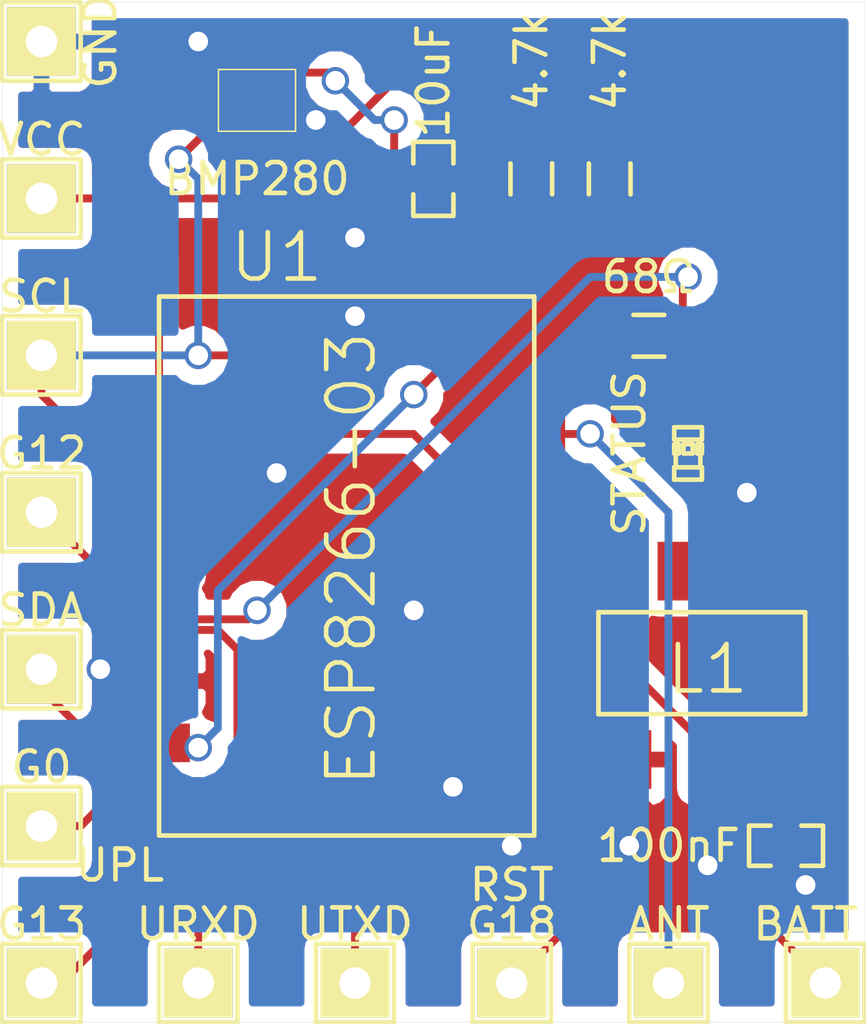
<source format=kicad_pcb>
(kicad_pcb (version 4) (host pcbnew 0.201412131231+5320~19~ubuntu14.04.1-product)

  (general
    (links 35)
    (no_connects 0)
    (area 120.885048 94.667191 155.45257 128.599001)
    (thickness 1.6)
    (drawings 7)
    (tracks 173)
    (zones 0)
    (modules 21)
    (nets 15)
  )

  (page A4)
  (layers
    (0 F.Cu signal)
    (31 B.Cu signal)
    (32 B.Adhes user hide)
    (33 F.Adhes user hide)
    (34 B.Paste user hide)
    (35 F.Paste user hide)
    (36 B.SilkS user hide)
    (37 F.SilkS user hide)
    (38 B.Mask user)
    (39 F.Mask user)
    (40 Dwgs.User user hide)
    (41 Cmts.User user hide)
    (42 Eco1.User user hide)
    (43 Eco2.User user hide)
    (44 Edge.Cuts user hide)
    (45 Margin user hide)
    (46 B.CrtYd user hide)
    (47 F.CrtYd user hide)
    (48 B.Fab user hide)
    (49 F.Fab user hide)
  )

  (setup
    (last_trace_width 0.254)
    (trace_clearance 0.254)
    (zone_clearance 0.508)
    (zone_45_only no)
    (trace_min 0.254)
    (segment_width 0.2)
    (edge_width 0.01)
    (via_size 0.889)
    (via_drill 0.635)
    (via_min_size 0.889)
    (via_min_drill 0.508)
    (uvia_size 0.508)
    (uvia_drill 0.127)
    (uvias_allowed no)
    (uvia_min_size 0.508)
    (uvia_min_drill 0.127)
    (pcb_text_width 0.3)
    (pcb_text_size 1.5 1.5)
    (mod_edge_width 0.15)
    (mod_text_size 1 1)
    (mod_text_width 0.15)
    (pad_size 2.2352 2.2352)
    (pad_drill 1.016)
    (pad_to_mask_clearance 0)
    (aux_axis_origin 0 0)
    (visible_elements FFFFFF7F)
    (pcbplotparams
      (layerselection 0x00040_00000000)
      (usegerberextensions false)
      (excludeedgelayer true)
      (linewidth 0.100000)
      (plotframeref false)
      (viasonmask false)
      (mode 1)
      (useauxorigin false)
      (hpglpennumber 1)
      (hpglpenspeed 20)
      (hpglpendiameter 15)
      (hpglpenoverlay 2)
      (psnegative false)
      (psa4output false)
      (plotreference true)
      (plotvalue true)
      (plotinvisibletext false)
      (padsonsilk false)
      (subtractmaskfromsilk false)
      (outputformat 1)
      (mirror false)
      (drillshape 0)
      (scaleselection 1)
      (outputdirectory ../Desktop/Gerbers/))
  )

  (net 0 "")
  (net 1 "Net-(D0-Pad1)")
  (net 2 "Net-(P5-Pad1)")
  (net 3 "Net-(P8-Pad1)")
  (net 4 "Net-(P9-Pad1)")
  (net 5 "Net-(P10-Pad1)")
  (net 6 "Net-(P11-Pad1)")
  (net 7 SCL)
  (net 8 SDA)
  (net 9 "Net-(U1-Pad2)")
  (net 10 VCC)
  (net 11 /BATT)
  (net 12 /GND)
  (net 13 /URXD)
  (net 14 /UTXD)

  (net_class Default "This is the default net class."
    (clearance 0.254)
    (trace_width 0.254)
    (via_dia 0.889)
    (via_drill 0.635)
    (uvia_dia 0.508)
    (uvia_drill 0.127)
    (add_net /BATT)
    (add_net /GND)
    (add_net /URXD)
    (add_net /UTXD)
    (add_net "Net-(D0-Pad1)")
    (add_net "Net-(P10-Pad1)")
    (add_net "Net-(P11-Pad1)")
    (add_net "Net-(P5-Pad1)")
    (add_net "Net-(P8-Pad1)")
    (add_net "Net-(P9-Pad1)")
    (add_net "Net-(U1-Pad2)")
    (add_net SCL)
    (add_net SDA)
    (add_net VCC)
  )

  (module SMD_Packages:SMD-0603_c (layer F.Cu) (tedit 548E2FE3) (tstamp 548E1E5B)
    (at 149.225 122.555)
    (path /548CE96F)
    (attr smd)
    (fp_text reference C1 (at 1.905 0 90) (layer F.SilkS) hide
      (effects (font (size 1 1) (thickness 0.15)))
    )
    (fp_text value 100nF (at -3.81 0 180) (layer F.SilkS)
      (effects (font (size 1 1) (thickness 0.15)))
    )
    (fp_line (start 0.50038 0.65024) (end 1.19888 0.65024) (layer F.SilkS) (width 0.15))
    (fp_line (start -0.50038 0.65024) (end -1.19888 0.65024) (layer F.SilkS) (width 0.15))
    (fp_line (start 0.50038 -0.65024) (end 1.19888 -0.65024) (layer F.SilkS) (width 0.15))
    (fp_line (start -1.19888 -0.65024) (end -0.50038 -0.65024) (layer F.SilkS) (width 0.15))
    (fp_line (start 1.19888 -0.635) (end 1.19888 0.635) (layer F.SilkS) (width 0.15))
    (fp_line (start -1.19888 0.635) (end -1.19888 -0.635) (layer F.SilkS) (width 0.15))
    (pad 1 smd rect (at -0.762 0) (size 0.635 1.143) (layers F.Cu F.Paste F.Mask)
      (net 11 /BATT))
    (pad 2 smd rect (at 0.762 0) (size 0.635 1.143) (layers F.Cu F.Paste F.Mask)
      (net 12 /GND))
    (model SMD_Packages/SMD-0603_c.wrl
      (at (xyz 0 0 0.001))
      (scale (xyz 0.5 0.5 0.5))
      (rotate (xyz 0 0 0))
    )
  )

  (module SMD_Packages:SMD-0603_c (layer F.Cu) (tedit 548E2FBF) (tstamp 548E1E67)
    (at 137.795 100.965 270)
    (path /548937FC)
    (attr smd)
    (fp_text reference C2 (at 1.905 0 360) (layer F.SilkS) hide
      (effects (font (size 1 1) (thickness 0.15)))
    )
    (fp_text value 10uF (at -3.175 0 270) (layer F.SilkS)
      (effects (font (size 1 1) (thickness 0.15)))
    )
    (fp_line (start 0.50038 0.65024) (end 1.19888 0.65024) (layer F.SilkS) (width 0.15))
    (fp_line (start -0.50038 0.65024) (end -1.19888 0.65024) (layer F.SilkS) (width 0.15))
    (fp_line (start 0.50038 -0.65024) (end 1.19888 -0.65024) (layer F.SilkS) (width 0.15))
    (fp_line (start -1.19888 -0.65024) (end -0.50038 -0.65024) (layer F.SilkS) (width 0.15))
    (fp_line (start 1.19888 -0.635) (end 1.19888 0.635) (layer F.SilkS) (width 0.15))
    (fp_line (start -1.19888 0.635) (end -1.19888 -0.635) (layer F.SilkS) (width 0.15))
    (pad 1 smd rect (at -0.762 0 270) (size 0.635 1.143) (layers F.Cu F.Paste F.Mask)
      (net 10 VCC))
    (pad 2 smd rect (at 0.762 0 270) (size 0.635 1.143) (layers F.Cu F.Paste F.Mask)
      (net 12 /GND))
    (model SMD_Packages/SMD-0603_c.wrl
      (at (xyz 0 0 0.001))
      (scale (xyz 0.5 0.5 0.5))
      (rotate (xyz 0 0 0))
    )
  )

  (module LEDs:LED-0603 (layer F.Cu) (tedit 548E3044) (tstamp 548E1E83)
    (at 146.05 109.855 90)
    (descr "LED 0603 smd package")
    (tags "LED led 0603 SMD smd SMT smt smdled SMDLED smtled SMTLED")
    (path /548E1765)
    (attr smd)
    (fp_text reference D0 (at 0 -2.54 90) (layer F.SilkS) hide
      (effects (font (size 1 1) (thickness 0.15)))
    )
    (fp_text value STATUS (at 0 -1.905 90) (layer F.SilkS)
      (effects (font (size 1 1) (thickness 0.15)))
    )
    (fp_line (start 0.44958 -0.44958) (end 0.44958 0.44958) (layer F.SilkS) (width 0.15))
    (fp_line (start 0.44958 0.44958) (end 0.84836 0.44958) (layer F.SilkS) (width 0.15))
    (fp_line (start 0.84836 -0.44958) (end 0.84836 0.44958) (layer F.SilkS) (width 0.15))
    (fp_line (start 0.44958 -0.44958) (end 0.84836 -0.44958) (layer F.SilkS) (width 0.15))
    (fp_line (start -0.84836 -0.44958) (end -0.84836 0.44958) (layer F.SilkS) (width 0.15))
    (fp_line (start -0.84836 0.44958) (end -0.44958 0.44958) (layer F.SilkS) (width 0.15))
    (fp_line (start -0.44958 -0.44958) (end -0.44958 0.44958) (layer F.SilkS) (width 0.15))
    (fp_line (start -0.84836 -0.44958) (end -0.44958 -0.44958) (layer F.SilkS) (width 0.15))
    (fp_line (start 0 -0.44958) (end 0 -0.29972) (layer F.SilkS) (width 0.15))
    (fp_line (start 0 -0.29972) (end 0.29972 -0.29972) (layer F.SilkS) (width 0.15))
    (fp_line (start 0.29972 -0.44958) (end 0.29972 -0.29972) (layer F.SilkS) (width 0.15))
    (fp_line (start 0 -0.44958) (end 0.29972 -0.44958) (layer F.SilkS) (width 0.15))
    (fp_line (start 0 0.29972) (end 0 0.44958) (layer F.SilkS) (width 0.15))
    (fp_line (start 0 0.44958) (end 0.29972 0.44958) (layer F.SilkS) (width 0.15))
    (fp_line (start 0.29972 0.29972) (end 0.29972 0.44958) (layer F.SilkS) (width 0.15))
    (fp_line (start 0 0.29972) (end 0.29972 0.29972) (layer F.SilkS) (width 0.15))
    (fp_line (start 0 -0.14986) (end 0 0.14986) (layer F.SilkS) (width 0.15))
    (fp_line (start 0 0.14986) (end 0.29972 0.14986) (layer F.SilkS) (width 0.15))
    (fp_line (start 0.29972 -0.14986) (end 0.29972 0.14986) (layer F.SilkS) (width 0.15))
    (fp_line (start 0 -0.14986) (end 0.29972 -0.14986) (layer F.SilkS) (width 0.15))
    (fp_line (start 0.44958 -0.39878) (end -0.44958 -0.39878) (layer F.SilkS) (width 0.15))
    (fp_line (start 0.44958 0.39878) (end -0.44958 0.39878) (layer F.SilkS) (width 0.15))
    (pad 1 smd rect (at -0.7493 0 90) (size 0.79756 0.79756) (layers F.Cu F.Paste F.Mask)
      (net 1 "Net-(D0-Pad1)"))
    (pad 2 smd rect (at 0.7493 0 90) (size 0.79756 0.79756) (layers F.Cu F.Paste F.Mask)
      (net 12 /GND))
  )

  (module AA_MyLibs:SOT-223 (layer F.Cu) (tedit 548E3078) (tstamp 548E1E8B)
    (at 146.685 113.665)
    (path /548963A7)
    (fp_text reference L1 (at 0 3.175) (layer F.SilkS)
      (effects (font (size 1.5 1.5) (thickness 0.15)))
    )
    (fp_text value LD1117S33CTR (at 0.01 3.09) (layer F.SilkS) hide
      (effects (font (size 1.5 1.5) (thickness 0.15)))
    )
    (fp_line (start 3.16 1.33) (end 3.16 4.63) (layer F.SilkS) (width 0.15))
    (fp_line (start -3.54 1.33) (end -3.54 4.63) (layer F.SilkS) (width 0.15))
    (fp_line (start -3.54 4.63) (end 3.16 4.63) (layer F.SilkS) (width 0.15))
    (fp_line (start -3.54 1.33) (end 3.16 1.33) (layer F.SilkS) (width 0.15))
    (pad 2 smd rect (at 0 6.1) (size 0.95 1.9) (layers F.Cu F.Paste F.Mask)
      (net 10 VCC))
    (pad 4 smd rect (at 0 0) (size 3.25 1.9) (layers F.Cu F.Paste F.Mask))
    (pad 1 smd rect (at -2.3 6.1) (size 0.95 1.9) (layers F.Cu F.Paste F.Mask)
      (net 12 /GND))
    (pad 3 smd rect (at 2.3 6.1) (size 0.95 1.9) (layers F.Cu F.Paste F.Mask)
      (net 11 /BATT))
  )

  (module Socket_Strips:Socket_Strip_Straight_1x01 (layer F.Cu) (tedit 548E5606) (tstamp 548E1E90)
    (at 125.095 101.6)
    (descr "Through hole socket strip")
    (tags "socket strip")
    (path /5489FCDD)
    (fp_text reference VCC (at 0 -1.905 180) (layer F.SilkS)
      (effects (font (size 1 1) (thickness 0.15)))
    )
    (fp_text value CONN_VCC (at 0 0) (layer F.SilkS) hide
      (effects (font (size 1 1) (thickness 0.15)))
    )
    (fp_line (start -1.27 -1.27) (end -1.27 1.27) (layer F.SilkS) (width 0.15))
    (fp_line (start -1.27 1.27) (end 1.27 1.27) (layer F.SilkS) (width 0.15))
    (fp_line (start 1.27 1.27) (end 1.27 -1.27) (layer F.SilkS) (width 0.15))
    (fp_line (start 1.27 -1.27) (end -1.27 -1.27) (layer F.SilkS) (width 0.15))
    (pad 1 thru_hole rect (at 0 0) (size 2.2352 2.2352) (drill 1.016) (layers *.Cu *.Mask F.SilkS)
      (net 10 VCC))
    (model Socket_Strips/Socket_Strip_Straight_1x01.wrl
      (at (xyz 0 0 0))
      (scale (xyz 1 1 1))
      (rotate (xyz 0 0 0))
    )
  )

  (module Socket_Strips:Socket_Strip_Straight_1x01 (layer F.Cu) (tedit 548E30B4) (tstamp 548E1E95)
    (at 150.495 127)
    (descr "Through hole socket strip")
    (tags "socket strip")
    (path /5489FE3D)
    (fp_text reference BATT (at -0.635 -1.905) (layer F.SilkS)
      (effects (font (size 1 1) (thickness 0.15)))
    )
    (fp_text value BATT (at 0 0) (layer F.SilkS) hide
      (effects (font (size 1 1) (thickness 0.15)))
    )
    (fp_line (start -1.27 -1.27) (end -1.27 1.27) (layer F.SilkS) (width 0.15))
    (fp_line (start -1.27 1.27) (end 1.27 1.27) (layer F.SilkS) (width 0.15))
    (fp_line (start 1.27 1.27) (end 1.27 -1.27) (layer F.SilkS) (width 0.15))
    (fp_line (start 1.27 -1.27) (end -1.27 -1.27) (layer F.SilkS) (width 0.15))
    (pad 1 thru_hole rect (at 0 0) (size 2.2352 2.2352) (drill 1.016) (layers *.Cu *.Mask F.SilkS)
      (net 11 /BATT))
    (model Socket_Strips/Socket_Strip_Straight_1x01.wrl
      (at (xyz 0 0 0))
      (scale (xyz 1 1 1))
      (rotate (xyz 0 0 0))
    )
  )

  (module Socket_Strips:Socket_Strip_Straight_1x01 (layer F.Cu) (tedit 548E317D) (tstamp 548E1E9A)
    (at 125.095 96.52)
    (descr "Through hole socket strip")
    (tags "socket strip")
    (path /5489FF5B)
    (fp_text reference GND (at 1.905 0 270) (layer F.SilkS)
      (effects (font (size 1 1) (thickness 0.15)))
    )
    (fp_text value GND (at 0 0) (layer F.SilkS) hide
      (effects (font (size 1 1) (thickness 0.15)))
    )
    (fp_line (start -1.27 -1.27) (end -1.27 1.27) (layer F.SilkS) (width 0.15))
    (fp_line (start -1.27 1.27) (end 1.27 1.27) (layer F.SilkS) (width 0.15))
    (fp_line (start 1.27 1.27) (end 1.27 -1.27) (layer F.SilkS) (width 0.15))
    (fp_line (start 1.27 -1.27) (end -1.27 -1.27) (layer F.SilkS) (width 0.15))
    (pad 1 thru_hole rect (at 0 0) (size 2.2352 2.2352) (drill 1.016) (layers *.Cu *.Mask F.SilkS)
      (net 12 /GND))
    (model Socket_Strips/Socket_Strip_Straight_1x01.wrl
      (at (xyz 0 0 0))
      (scale (xyz 1 1 1))
      (rotate (xyz 0 0 0))
    )
  )

  (module Socket_Strips:Socket_Strip_Straight_1x01 (layer F.Cu) (tedit 548E333E) (tstamp 548E1E9F)
    (at 130.175 127)
    (descr "Through hole socket strip")
    (tags "socket strip")
    (path /548A0455)
    (fp_text reference URXD (at 0 -1.905) (layer F.SilkS)
      (effects (font (size 1 1) (thickness 0.15)))
    )
    (fp_text value URXD (at 0 0) (layer F.SilkS) hide
      (effects (font (size 1 1) (thickness 0.15)))
    )
    (fp_line (start -1.27 -1.27) (end -1.27 1.27) (layer F.SilkS) (width 0.15))
    (fp_line (start -1.27 1.27) (end 1.27 1.27) (layer F.SilkS) (width 0.15))
    (fp_line (start 1.27 1.27) (end 1.27 -1.27) (layer F.SilkS) (width 0.15))
    (fp_line (start 1.27 -1.27) (end -1.27 -1.27) (layer F.SilkS) (width 0.15))
    (pad 1 thru_hole rect (at 0 0) (size 2.2352 2.2352) (drill 1.016) (layers *.Cu *.Mask F.SilkS)
      (net 13 /URXD))
    (model Socket_Strips/Socket_Strip_Straight_1x01.wrl
      (at (xyz 0 0 0))
      (scale (xyz 1 1 1))
      (rotate (xyz 0 0 0))
    )
  )

  (module Socket_Strips:Socket_Strip_Straight_1x01 (layer F.Cu) (tedit 548E333C) (tstamp 548E1EA4)
    (at 135.255 127)
    (descr "Through hole socket strip")
    (tags "socket strip")
    (path /548A0631)
    (fp_text reference UTXD (at 0 -1.905) (layer F.SilkS)
      (effects (font (size 1 1) (thickness 0.15)))
    )
    (fp_text value UTXD (at 0 0) (layer F.SilkS) hide
      (effects (font (size 1 1) (thickness 0.15)))
    )
    (fp_line (start -1.27 -1.27) (end -1.27 1.27) (layer F.SilkS) (width 0.15))
    (fp_line (start -1.27 1.27) (end 1.27 1.27) (layer F.SilkS) (width 0.15))
    (fp_line (start 1.27 1.27) (end 1.27 -1.27) (layer F.SilkS) (width 0.15))
    (fp_line (start 1.27 -1.27) (end -1.27 -1.27) (layer F.SilkS) (width 0.15))
    (pad 1 thru_hole rect (at 0 0) (size 2.2352 2.2352) (drill 1.016) (layers *.Cu *.Mask F.SilkS)
      (net 14 /UTXD))
    (model Socket_Strips/Socket_Strip_Straight_1x01.wrl
      (at (xyz 0 0 0))
      (scale (xyz 1 1 1))
      (rotate (xyz 0 0 0))
    )
  )

  (module Socket_Strips:Socket_Strip_Straight_1x01 (layer F.Cu) (tedit 548E32C6) (tstamp 548E1EA9)
    (at 140.335 127)
    (descr "Through hole socket strip")
    (tags "socket strip")
    (path /548A0762)
    (fp_text reference G18 (at 0 -1.905) (layer F.SilkS)
      (effects (font (size 1 1) (thickness 0.15)))
    )
    (fp_text value "G18 RST" (at 0 0) (layer F.SilkS) hide
      (effects (font (size 1 1) (thickness 0.15)))
    )
    (fp_line (start -1.27 -1.27) (end -1.27 1.27) (layer F.SilkS) (width 0.15))
    (fp_line (start -1.27 1.27) (end 1.27 1.27) (layer F.SilkS) (width 0.15))
    (fp_line (start 1.27 1.27) (end 1.27 -1.27) (layer F.SilkS) (width 0.15))
    (fp_line (start 1.27 -1.27) (end -1.27 -1.27) (layer F.SilkS) (width 0.15))
    (pad 1 thru_hole rect (at 0 0) (size 2.2352 2.2352) (drill 1.016) (layers *.Cu *.Mask F.SilkS)
      (net 2 "Net-(P5-Pad1)"))
    (model Socket_Strips/Socket_Strip_Straight_1x01.wrl
      (at (xyz 0 0 0))
      (scale (xyz 1 1 1))
      (rotate (xyz 0 0 0))
    )
  )

  (module Socket_Strips:Socket_Strip_Straight_1x01 (layer F.Cu) (tedit 548E314A) (tstamp 548E1EAE)
    (at 125.095 116.84)
    (descr "Through hole socket strip")
    (tags "socket strip")
    (path /548A09CB)
    (fp_text reference SDA (at 0 -1.905 180) (layer F.SilkS)
      (effects (font (size 1 1) (thickness 0.15)))
    )
    (fp_text value SDA (at 0 0) (layer F.SilkS) hide
      (effects (font (size 1 1) (thickness 0.15)))
    )
    (fp_line (start -1.27 -1.27) (end -1.27 1.27) (layer F.SilkS) (width 0.15))
    (fp_line (start -1.27 1.27) (end 1.27 1.27) (layer F.SilkS) (width 0.15))
    (fp_line (start 1.27 1.27) (end 1.27 -1.27) (layer F.SilkS) (width 0.15))
    (fp_line (start 1.27 -1.27) (end -1.27 -1.27) (layer F.SilkS) (width 0.15))
    (pad 1 thru_hole rect (at 0 0) (size 2.2352 2.2352) (drill 1.016) (layers *.Cu *.Mask F.SilkS)
      (net 8 SDA))
    (model Socket_Strips/Socket_Strip_Straight_1x01.wrl
      (at (xyz 0 0 0))
      (scale (xyz 1 1 1))
      (rotate (xyz 0 0 0))
    )
  )

  (module Socket_Strips:Socket_Strip_Straight_1x01 (layer F.Cu) (tedit 548E314E) (tstamp 548E1EB3)
    (at 125.095 106.68)
    (descr "Through hole socket strip")
    (tags "socket strip")
    (path /548A0925)
    (fp_text reference SCL (at 0 -1.905 180) (layer F.SilkS)
      (effects (font (size 1 1) (thickness 0.15)))
    )
    (fp_text value SCL (at 0 0) (layer F.SilkS) hide
      (effects (font (size 1 1) (thickness 0.15)))
    )
    (fp_line (start -1.27 -1.27) (end -1.27 1.27) (layer F.SilkS) (width 0.15))
    (fp_line (start -1.27 1.27) (end 1.27 1.27) (layer F.SilkS) (width 0.15))
    (fp_line (start 1.27 1.27) (end 1.27 -1.27) (layer F.SilkS) (width 0.15))
    (fp_line (start 1.27 -1.27) (end -1.27 -1.27) (layer F.SilkS) (width 0.15))
    (pad 1 thru_hole rect (at 0 0) (size 2.2352 2.2352) (drill 1.016) (layers *.Cu *.Mask F.SilkS)
      (net 7 SCL))
    (model Socket_Strips/Socket_Strip_Straight_1x01.wrl
      (at (xyz 0 0 0))
      (scale (xyz 1 1 1))
      (rotate (xyz 0 0 0))
    )
  )

  (module Socket_Strips:Socket_Strip_Straight_1x01 (layer F.Cu) (tedit 548E31F1) (tstamp 548E1F41)
    (at 125.095 111.76)
    (descr "Through hole socket strip")
    (tags "socket strip")
    (path /548A0B8E)
    (fp_text reference G12 (at 0 -1.905) (layer F.SilkS)
      (effects (font (size 1 1) (thickness 0.15)))
    )
    (fp_text value G12 (at 0 0) (layer F.SilkS) hide
      (effects (font (size 1 1) (thickness 0.15)))
    )
    (fp_line (start -1.27 -1.27) (end -1.27 1.27) (layer F.SilkS) (width 0.15))
    (fp_line (start -1.27 1.27) (end 1.27 1.27) (layer F.SilkS) (width 0.15))
    (fp_line (start 1.27 1.27) (end 1.27 -1.27) (layer F.SilkS) (width 0.15))
    (fp_line (start 1.27 -1.27) (end -1.27 -1.27) (layer F.SilkS) (width 0.15))
    (pad 1 thru_hole rect (at 0 0) (size 2.2352 2.2352) (drill 1.016) (layers *.Cu *.Mask F.SilkS)
      (net 3 "Net-(P8-Pad1)"))
    (model Socket_Strips/Socket_Strip_Straight_1x01.wrl
      (at (xyz 0 0 0))
      (scale (xyz 1 1 1))
      (rotate (xyz 0 0 0))
    )
  )

  (module Socket_Strips:Socket_Strip_Straight_1x01 (layer F.Cu) (tedit 548E3240) (tstamp 548E1EBD)
    (at 125.095 127)
    (descr "Through hole socket strip")
    (tags "socket strip")
    (path /548A0D78)
    (fp_text reference G13 (at 0 -1.905) (layer F.SilkS)
      (effects (font (size 1 1) (thickness 0.15)))
    )
    (fp_text value G13 (at 0 0) (layer F.SilkS) hide
      (effects (font (size 1 1) (thickness 0.15)))
    )
    (fp_line (start -1.27 -1.27) (end -1.27 1.27) (layer F.SilkS) (width 0.15))
    (fp_line (start -1.27 1.27) (end 1.27 1.27) (layer F.SilkS) (width 0.15))
    (fp_line (start 1.27 1.27) (end 1.27 -1.27) (layer F.SilkS) (width 0.15))
    (fp_line (start 1.27 -1.27) (end -1.27 -1.27) (layer F.SilkS) (width 0.15))
    (pad 1 thru_hole rect (at 0 0) (size 2.2352 2.2352) (drill 1.016) (layers *.Cu *.Mask F.SilkS)
      (net 4 "Net-(P9-Pad1)"))
    (model Socket_Strips/Socket_Strip_Straight_1x01.wrl
      (at (xyz 0 0 0))
      (scale (xyz 1 1 1))
      (rotate (xyz 0 0 0))
    )
  )

  (module Socket_Strips:Socket_Strip_Straight_1x01 (layer F.Cu) (tedit 548E3303) (tstamp 548E338E)
    (at 125.095 121.92)
    (descr "Through hole socket strip")
    (tags "socket strip")
    (path /548A100D)
    (fp_text reference G0 (at 0 -1.905) (layer F.SilkS)
      (effects (font (size 1 1) (thickness 0.15)))
    )
    (fp_text value "G0 UPL" (at 0 0) (layer F.SilkS) hide
      (effects (font (size 1 1) (thickness 0.15)))
    )
    (fp_line (start -1.27 -1.27) (end -1.27 1.27) (layer F.SilkS) (width 0.15))
    (fp_line (start -1.27 1.27) (end 1.27 1.27) (layer F.SilkS) (width 0.15))
    (fp_line (start 1.27 1.27) (end 1.27 -1.27) (layer F.SilkS) (width 0.15))
    (fp_line (start 1.27 -1.27) (end -1.27 -1.27) (layer F.SilkS) (width 0.15))
    (pad 1 thru_hole rect (at 0 0) (size 2.2352 2.2352) (drill 1.016) (layers *.Cu *.Mask F.SilkS)
      (net 5 "Net-(P10-Pad1)"))
    (model Socket_Strips/Socket_Strip_Straight_1x01.wrl
      (at (xyz 0 0 0))
      (scale (xyz 1 1 1))
      (rotate (xyz 0 0 0))
    )
  )

  (module Socket_Strips:Socket_Strip_Straight_1x01 (layer F.Cu) (tedit 548E3340) (tstamp 548E1EC7)
    (at 145.415 127)
    (descr "Through hole socket strip")
    (tags "socket strip")
    (path /548D1870)
    (fp_text reference ANT (at 0 -1.905) (layer F.SilkS)
      (effects (font (size 1 1) (thickness 0.15)))
    )
    (fp_text value ANT (at 0 0) (layer F.SilkS) hide
      (effects (font (size 1 1) (thickness 0.15)))
    )
    (fp_line (start -1.27 -1.27) (end -1.27 1.27) (layer F.SilkS) (width 0.15))
    (fp_line (start -1.27 1.27) (end 1.27 1.27) (layer F.SilkS) (width 0.15))
    (fp_line (start 1.27 1.27) (end 1.27 -1.27) (layer F.SilkS) (width 0.15))
    (fp_line (start 1.27 -1.27) (end -1.27 -1.27) (layer F.SilkS) (width 0.15))
    (pad 1 thru_hole rect (at 0 0) (size 2.2352 2.2352) (drill 1.016) (layers *.Cu *.Mask F.SilkS)
      (net 6 "Net-(P11-Pad1)"))
    (model Socket_Strips/Socket_Strip_Straight_1x01.wrl
      (at (xyz 0 0 0))
      (scale (xyz 1 1 1))
      (rotate (xyz 0 0 0))
    )
  )

  (module Resistors_SMD:R_0603_HandSoldering (layer F.Cu) (tedit 548E2F5C) (tstamp 548E1ECD)
    (at 140.97 100.965 270)
    (descr "Resistor SMD 0603, hand soldering")
    (tags "resistor 0603")
    (path /54892C09)
    (attr smd)
    (fp_text reference R1 (at 0 -1.9 270) (layer F.SilkS) hide
      (effects (font (size 1 1) (thickness 0.15)))
    )
    (fp_text value 4.7k (at -3.81 0 270) (layer F.SilkS)
      (effects (font (size 1 1) (thickness 0.15)))
    )
    (fp_line (start -2 -0.8) (end 2 -0.8) (layer F.CrtYd) (width 0.05))
    (fp_line (start -2 0.8) (end 2 0.8) (layer F.CrtYd) (width 0.05))
    (fp_line (start -2 -0.8) (end -2 0.8) (layer F.CrtYd) (width 0.05))
    (fp_line (start 2 -0.8) (end 2 0.8) (layer F.CrtYd) (width 0.05))
    (fp_line (start 0.5 0.675) (end -0.5 0.675) (layer F.SilkS) (width 0.15))
    (fp_line (start -0.5 -0.675) (end 0.5 -0.675) (layer F.SilkS) (width 0.15))
    (pad 1 smd rect (at -1.1 0 270) (size 1.2 0.9) (layers F.Cu F.Paste F.Mask)
      (net 10 VCC))
    (pad 2 smd rect (at 1.1 0 270) (size 1.2 0.9) (layers F.Cu F.Paste F.Mask)
      (net 7 SCL))
    (model Resistors_SMD/R_0603_HandSoldering.wrl
      (at (xyz 0 0 0))
      (scale (xyz 1 1 1))
      (rotate (xyz 0 0 0))
    )
  )

  (module Resistors_SMD:R_0603_HandSoldering (layer F.Cu) (tedit 548E2F5A) (tstamp 548E1ED3)
    (at 143.51 100.965 270)
    (descr "Resistor SMD 0603, hand soldering")
    (tags "resistor 0603")
    (path /54892DC8)
    (attr smd)
    (fp_text reference R2 (at 0 -1.9 270) (layer F.SilkS) hide
      (effects (font (size 1 1) (thickness 0.15)))
    )
    (fp_text value 4.7k (at -3.81 0 270) (layer F.SilkS)
      (effects (font (size 1 1) (thickness 0.15)))
    )
    (fp_line (start -2 -0.8) (end 2 -0.8) (layer F.CrtYd) (width 0.05))
    (fp_line (start -2 0.8) (end 2 0.8) (layer F.CrtYd) (width 0.05))
    (fp_line (start -2 -0.8) (end -2 0.8) (layer F.CrtYd) (width 0.05))
    (fp_line (start 2 -0.8) (end 2 0.8) (layer F.CrtYd) (width 0.05))
    (fp_line (start 0.5 0.675) (end -0.5 0.675) (layer F.SilkS) (width 0.15))
    (fp_line (start -0.5 -0.675) (end 0.5 -0.675) (layer F.SilkS) (width 0.15))
    (pad 1 smd rect (at -1.1 0 270) (size 1.2 0.9) (layers F.Cu F.Paste F.Mask)
      (net 10 VCC))
    (pad 2 smd rect (at 1.1 0 270) (size 1.2 0.9) (layers F.Cu F.Paste F.Mask)
      (net 8 SDA))
    (model Resistors_SMD/R_0603_HandSoldering.wrl
      (at (xyz 0 0 0))
      (scale (xyz 1 1 1))
      (rotate (xyz 0 0 0))
    )
  )

  (module Resistors_SMD:R_0603_HandSoldering (layer F.Cu) (tedit 548E3377) (tstamp 548E1ED9)
    (at 144.78 106.045)
    (descr "Resistor SMD 0603, hand soldering")
    (tags "resistor 0603")
    (path /548E1573)
    (attr smd)
    (fp_text reference R3 (at 0 -1.9) (layer F.SilkS) hide
      (effects (font (size 1 1) (thickness 0.15)))
    )
    (fp_text value 68Ω (at 0 -1.905) (layer F.SilkS)
      (effects (font (size 1 1) (thickness 0.15)))
    )
    (fp_line (start -2 -0.8) (end 2 -0.8) (layer F.CrtYd) (width 0.05))
    (fp_line (start -2 0.8) (end 2 0.8) (layer F.CrtYd) (width 0.05))
    (fp_line (start -2 -0.8) (end -2 0.8) (layer F.CrtYd) (width 0.05))
    (fp_line (start 2 -0.8) (end 2 0.8) (layer F.CrtYd) (width 0.05))
    (fp_line (start 0.5 0.675) (end -0.5 0.675) (layer F.SilkS) (width 0.15))
    (fp_line (start -0.5 -0.675) (end 0.5 -0.675) (layer F.SilkS) (width 0.15))
    (pad 1 smd rect (at -1.1 0) (size 1.2 0.9) (layers F.Cu F.Paste F.Mask)
      (net 1 "Net-(D0-Pad1)"))
    (pad 2 smd rect (at 1.1 0) (size 1.2 0.9) (layers F.Cu F.Paste F.Mask)
      (net 4 "Net-(P9-Pad1)"))
    (model Resistors_SMD/R_0603_HandSoldering.wrl
      (at (xyz 0 0 0))
      (scale (xyz 1 1 1))
      (rotate (xyz 0 0 0))
    )
  )

  (module AA_MyLibs:ESP8266-03 (layer F.Cu) (tedit 548E2F6A) (tstamp 548E1EEB)
    (at 128.905 104.775)
    (path /54891FFC)
    (fp_text reference U1 (at 3.81 -1.27) (layer F.SilkS)
      (effects (font (size 1.5 1.5) (thickness 0.15)))
    )
    (fp_text value ESP8266-03 (at 6.23 8.49 90) (layer F.SilkS)
      (effects (font (size 1.5 1.5) (thickness 0.15)))
    )
    (fp_line (start 0 0) (end 0 17.45) (layer F.SilkS) (width 0.15))
    (fp_line (start 0 17.45) (end 12.16 17.45) (layer F.SilkS) (width 0.15))
    (fp_line (start 12.16 17.45) (end 12.16 0) (layer F.SilkS) (width 0.15))
    (fp_line (start 0 0) (end 12.16 0) (layer F.SilkS) (width 0.15))
    (pad 14 smd rect (at 0 16.45) (size 2 1.25) (layers F.Cu F.Paste F.Mask)
      (net 5 "Net-(P10-Pad1)"))
    (pad 13 smd rect (at 0 14.45) (size 2 1.25) (layers F.Cu F.Paste F.Mask)
      (net 8 SDA))
    (pad 12 smd rect (at 0 12.45) (size 2 1.25) (layers F.Cu F.Paste F.Mask)
      (net 12 /GND))
    (pad 11 smd rect (at 0 10.45) (size 2 1.25) (layers F.Cu F.Paste F.Mask)
      (net 4 "Net-(P9-Pad1)"))
    (pad 10 smd rect (at 0 8.45) (size 2 1.25) (layers F.Cu F.Paste F.Mask)
      (net 3 "Net-(P8-Pad1)"))
    (pad 9 smd rect (at 0 6.45) (size 2 1.25) (layers F.Cu F.Paste F.Mask)
      (net 7 SCL))
    (pad 8 smd rect (at 0 4.45) (size 2 1.25) (layers F.Cu F.Paste F.Mask)
      (net 10 VCC))
    (pad 7 smd rect (at 12.16 4.45) (size 2 1.25) (layers F.Cu F.Paste F.Mask)
      (net 6 "Net-(P11-Pad1)"))
    (pad 6 smd rect (at 12.16 6.45) (size 2 1.25) (layers F.Cu F.Paste F.Mask)
      (net 10 VCC))
    (pad 5 smd rect (at 12.16 8.45) (size 2 1.25) (layers F.Cu F.Paste F.Mask)
      (net 2 "Net-(P5-Pad1)"))
    (pad 4 smd rect (at 12.16 10.45) (size 2 1.25) (layers F.Cu F.Paste F.Mask)
      (net 13 /URXD))
    (pad 3 smd rect (at 12.16 12.45) (size 2 1.25) (layers F.Cu F.Paste F.Mask)
      (net 14 /UTXD))
    (pad 2 smd rect (at 12.16 14.45) (size 2 1.25) (layers F.Cu F.Paste F.Mask)
      (net 9 "Net-(U1-Pad2)"))
    (pad 1 smd rect (at 12.16 16.45) (size 2 1.25) (layers F.Cu F.Paste F.Mask)
      (net 12 /GND))
  )

  (module AA_MyLibs:BMP280 (layer F.Cu) (tedit 548E3386) (tstamp 548E1EF7)
    (at 132.08 98.425 270)
    (path /54891E50)
    (fp_text reference U2 (at 0.02 2.74 270) (layer F.SilkS) hide
      (effects (font (size 1.5 1.5) (thickness 0.15)))
    )
    (fp_text value BMP280 (at 2.54 0 360) (layer F.SilkS)
      (effects (font (size 1 1) (thickness 0.15)))
    )
    (fp_line (start -1 1.25) (end 1 1.25) (layer F.SilkS) (width 0.05))
    (fp_line (start -1 -1.25) (end 1 -1.25) (layer F.SilkS) (width 0.05))
    (fp_line (start -1 1.25) (end -1 -1.25) (layer F.SilkS) (width 0.05))
    (fp_line (start 1 1.25) (end 1 -1.25) (layer F.SilkS) (width 0.05))
    (pad 1 smd rect (at 0.9 -0.975 270) (size 0.7 0.35) (layers F.Cu F.Paste F.Mask)
      (net 12 /GND))
    (pad 2 smd rect (at 0.9 -0.325 270) (size 0.7 0.35) (layers F.Cu F.Paste F.Mask)
      (net 10 VCC))
    (pad 3 smd rect (at 0.9 0.325 270) (size 0.7 0.35) (layers F.Cu F.Paste F.Mask)
      (net 8 SDA))
    (pad 4 smd rect (at 0.9 0.975 270) (size 0.7 0.35) (layers F.Cu F.Paste F.Mask)
      (net 7 SCL))
    (pad 5 smd rect (at -0.9 0.975 270) (size 0.7 0.35) (layers F.Cu F.Paste F.Mask)
      (net 12 /GND))
    (pad 6 smd rect (at -0.9 0.325 270) (size 0.7 0.35) (layers F.Cu F.Paste F.Mask)
      (net 10 VCC))
    (pad 7 smd rect (at -0.9 -0.325 270) (size 0.7 0.35) (layers F.Cu F.Paste F.Mask)
      (net 12 /GND))
    (pad 8 smd rect (at -0.9 -0.975 270) (size 0.7 0.35) (layers F.Cu F.Paste F.Mask)
      (net 10 VCC))
  )

  (gr_line (start 123.825 95.25) (end 151.765 95.25) (angle 90) (layer Edge.Cuts) (width 0.01))
  (gr_line (start 123.825 128.27) (end 123.825 95.25) (angle 90) (layer Edge.Cuts) (width 0.01))
  (gr_line (start 151.765 128.27) (end 123.825 128.27) (angle 90) (layer Edge.Cuts) (width 0.01))
  (gr_line (start 151.765 95.25) (end 151.765 128.27) (angle 90) (layer Edge.Cuts) (width 0.01))
  (gr_text UPL (at 127.635 123.19) (layer F.SilkS)
    (effects (font (size 1 1) (thickness 0.15)))
  )
  (gr_text RST (at 140.335 123.825) (layer F.SilkS)
    (effects (font (size 1 1) (thickness 0.15)))
  )
  (gr_text "ESP8266-03\nBMP280 by @xlfe\n" (at 149.225 95.885 90) (layer F.Cu)
    (effects (font (size 1 1.5) (thickness 0.25)) (justify right))
  )

  (segment (start 143.68 108.755) (end 145.5293 110.6043) (width 0.254) (layer F.Cu) (net 1) (tstamp 548E35C1))
  (segment (start 145.5293 110.6043) (end 146.05 110.6043) (width 0.254) (layer F.Cu) (net 1) (tstamp 548E35C3))
  (segment (start 143.68 106.045) (end 143.68 108.755) (width 0.254) (layer F.Cu) (net 1))
  (segment (start 140.775 113.225) (end 141.065 113.225) (width 0.254) (layer F.Cu) (net 2) (tstamp 548E295F))
  (segment (start 142.875 114.3) (end 142.875 124.46) (width 0.254) (layer F.Cu) (net 2) (tstamp 548E34FE))
  (segment (start 142.875 124.46) (end 140.335 127) (width 0.254) (layer F.Cu) (net 2) (tstamp 548E3500))
  (segment (start 141.8 113.225) (end 142.875 114.3) (width 0.254) (layer F.Cu) (net 2) (tstamp 548E34FD))
  (segment (start 141.065 113.225) (end 141.8 113.225) (width 0.254) (layer F.Cu) (net 2))
  (segment (start 128.465 113.665) (end 128.905 113.225) (width 0.254) (layer F.Cu) (net 3) (tstamp 548E34A7))
  (segment (start 127 113.665) (end 128.465 113.665) (width 0.254) (layer F.Cu) (net 3) (tstamp 548E34A6))
  (segment (start 125.095 111.76) (end 127 113.665) (width 0.254) (layer F.Cu) (net 3))
  (segment (start 131.79 115.225) (end 132.08 114.935) (width 0.254) (layer F.Cu) (net 4) (tstamp 548E34BD))
  (via (at 132.08 114.935) (size 0.889) (layers F.Cu B.Cu) (net 4))
  (segment (start 132.08 114.935) (end 142.875 104.14) (width 0.254) (layer B.Cu) (net 4) (tstamp 548E34BF))
  (segment (start 142.875 104.14) (end 146.05 104.14) (width 0.254) (layer B.Cu) (net 4) (tstamp 548E34C0))
  (via (at 146.05 104.14) (size 0.889) (layers F.Cu B.Cu) (net 4))
  (segment (start 146.05 104.14) (end 145.88 104.31) (width 0.254) (layer F.Cu) (net 4) (tstamp 548E34C3))
  (segment (start 145.88 104.31) (end 145.88 106.045) (width 0.254) (layer F.Cu) (net 4) (tstamp 548E34C4))
  (segment (start 128.905 115.225) (end 131.79 115.225) (width 0.254) (layer F.Cu) (net 4))
  (segment (start 125.095 127) (end 125.73 127) (width 0.254) (layer F.Cu) (net 4))
  (segment (start 129.25 115.57) (end 128.905 115.225) (width 0.254) (layer F.Cu) (net 4) (tstamp 548E34CE))
  (segment (start 131.445 121.285) (end 125.73 127) (width 0.254) (layer F.Cu) (net 4) (tstamp 548E34C8))
  (segment (start 131.445 121.285) (end 131.445 116.205) (width 0.254) (layer F.Cu) (net 4) (tstamp 548E34C9))
  (segment (start 131.445 116.205) (end 130.81 115.57) (width 0.254) (layer F.Cu) (net 4) (tstamp 548E34CB))
  (segment (start 129.25 115.57) (end 130.81 115.57) (width 0.254) (layer F.Cu) (net 4))
  (segment (start 126.365 121.92) (end 127.06 121.225) (width 0.254) (layer F.Cu) (net 5) (tstamp 548E34A2))
  (segment (start 127.06 121.225) (end 128.905 121.225) (width 0.254) (layer F.Cu) (net 5) (tstamp 548E34A3))
  (segment (start 125.095 121.92) (end 126.365 121.92) (width 0.254) (layer F.Cu) (net 5))
  (segment (start 142.87 109.225) (end 142.875 109.22) (width 0.254) (layer F.Cu) (net 6) (tstamp 548E3504))
  (via (at 142.875 109.22) (size 0.889) (layers F.Cu B.Cu) (net 6))
  (segment (start 142.875 109.22) (end 145.415 111.76) (width 0.254) (layer B.Cu) (net 6) (tstamp 548E3506))
  (segment (start 145.415 111.76) (end 145.415 127) (width 0.254) (layer B.Cu) (net 6) (tstamp 548E3507))
  (segment (start 141.065 109.225) (end 142.87 109.225) (width 0.254) (layer F.Cu) (net 6))
  (segment (start 128.37 111.76) (end 128.905 111.225) (width 0.254) (layer F.Cu) (net 7) (tstamp 548E2C82))
  (segment (start 125.095 107.95) (end 127 109.855) (width 0.254) (layer F.Cu) (net 7) (tstamp 548E3495))
  (segment (start 127 109.855) (end 127 111.125) (width 0.254) (layer F.Cu) (net 7) (tstamp 548E3497))
  (segment (start 127 111.125) (end 127.1 111.225) (width 0.254) (layer F.Cu) (net 7) (tstamp 548E3499))
  (segment (start 127.1 111.225) (end 128.905 111.225) (width 0.254) (layer F.Cu) (net 7) (tstamp 548E349A))
  (segment (start 125.095 106.68) (end 125.095 107.95) (width 0.254) (layer F.Cu) (net 7))
  (segment (start 140.97 102.87) (end 137.16 106.68) (width 0.254) (layer F.Cu) (net 7) (tstamp 548E350B))
  (segment (start 137.16 106.68) (end 130.175 106.68) (width 0.254) (layer F.Cu) (net 7) (tstamp 548E3510))
  (via (at 130.175 106.68) (size 0.889) (layers F.Cu B.Cu) (net 7))
  (segment (start 130.175 106.68) (end 125.095 106.68) (width 0.254) (layer B.Cu) (net 7) (tstamp 548E3516))
  (segment (start 140.97 102.065) (end 140.97 102.87) (width 0.254) (layer F.Cu) (net 7))
  (segment (start 130.545 99.325) (end 129.54 100.33) (width 0.254) (layer F.Cu) (net 7) (tstamp 548E3582))
  (via (at 129.54 100.33) (size 0.889) (layers F.Cu B.Cu) (net 7))
  (segment (start 129.54 100.33) (end 130.175 100.965) (width 0.254) (layer B.Cu) (net 7) (tstamp 548E358D))
  (segment (start 130.175 100.965) (end 130.175 106.68) (width 0.254) (layer B.Cu) (net 7) (tstamp 548E358E))
  (segment (start 131.105 99.325) (end 130.545 99.325) (width 0.254) (layer F.Cu) (net 7))
  (segment (start 126.845 119.225) (end 128.905 119.225) (width 0.254) (layer F.Cu) (net 8) (tstamp 548E349E))
  (segment (start 125.095 117.475) (end 126.845 119.225) (width 0.254) (layer F.Cu) (net 8) (tstamp 548E349D))
  (segment (start 125.095 116.84) (end 125.095 117.475) (width 0.254) (layer F.Cu) (net 8))
  (segment (start 143.51 102.065) (end 143.045 102.065) (width 0.254) (layer F.Cu) (net 8))
  (segment (start 143.045 102.065) (end 137.16 107.95) (width 0.254) (layer F.Cu) (net 8) (tstamp 548E3535))
  (via (at 137.16 107.95) (size 0.889) (layers F.Cu B.Cu) (net 8))
  (segment (start 137.16 107.95) (end 130.81 114.3) (width 0.254) (layer B.Cu) (net 8) (tstamp 548E3544))
  (segment (start 130.81 114.3) (end 130.81 118.745) (width 0.254) (layer B.Cu) (net 8) (tstamp 548E3545))
  (segment (start 130.81 118.745) (end 130.175 119.38) (width 0.254) (layer B.Cu) (net 8) (tstamp 548E3547))
  (via (at 130.175 119.38) (size 0.889) (layers F.Cu B.Cu) (net 8))
  (segment (start 130.175 119.38) (end 130.02 119.225) (width 0.254) (layer F.Cu) (net 8) (tstamp 548E354C))
  (segment (start 130.02 119.225) (end 128.905 119.225) (width 0.254) (layer F.Cu) (net 8) (tstamp 548E354D))
  (segment (start 131.755 100.005) (end 132.08 100.33) (width 0.254) (layer F.Cu) (net 8) (tstamp 548E35A5))
  (segment (start 132.08 100.33) (end 133.985 100.33) (width 0.254) (layer F.Cu) (net 8) (tstamp 548E35AA))
  (segment (start 133.985 100.33) (end 136.525 97.79) (width 0.254) (layer F.Cu) (net 8) (tstamp 548E35AC))
  (segment (start 136.525 97.79) (end 145.415 97.79) (width 0.254) (layer F.Cu) (net 8) (tstamp 548E35AE))
  (segment (start 145.415 97.79) (end 145.415 101.6) (width 0.254) (layer F.Cu) (net 8) (tstamp 548E35B1))
  (segment (start 145.415 101.6) (end 144.95 102.065) (width 0.254) (layer F.Cu) (net 8) (tstamp 548E35B2))
  (segment (start 144.95 102.065) (end 143.51 102.065) (width 0.254) (layer F.Cu) (net 8) (tstamp 548E35B3))
  (segment (start 131.755 99.325) (end 131.755 100.005) (width 0.254) (layer F.Cu) (net 8))
  (segment (start 137.155 109.225) (end 139.155 111.225) (width 0.254) (layer F.Cu) (net 10) (tstamp 548E2C87))
  (segment (start 139.155 111.225) (end 141.065 111.225) (width 0.254) (layer F.Cu) (net 10) (tstamp 548E2C8A))
  (segment (start 131.445 109.225) (end 137.155 109.225) (width 0.254) (layer F.Cu) (net 10) (tstamp 548E2C8F))
  (segment (start 128.905 109.225) (end 131.445 109.225) (width 0.254) (layer F.Cu) (net 10))
  (segment (start 141.065 111.225) (end 141.705 111.225) (width 0.254) (layer F.Cu) (net 10))
  (segment (start 127 101.6) (end 128.905 103.505) (width 0.254) (layer F.Cu) (net 10) (tstamp 548E3485))
  (segment (start 128.905 103.505) (end 128.905 109.225) (width 0.254) (layer F.Cu) (net 10) (tstamp 548E3487))
  (segment (start 125.095 101.6) (end 127 101.6) (width 0.254) (layer F.Cu) (net 10))
  (segment (start 140.632 100.203) (end 140.97 99.865) (width 0.254) (layer F.Cu) (net 10) (tstamp 548E348B))
  (segment (start 137.795 100.203) (end 140.632 100.203) (width 0.254) (layer F.Cu) (net 10))
  (segment (start 140.97 99.865) (end 143.51 99.865) (width 0.254) (layer F.Cu) (net 10))
  (segment (start 136.525 100.203) (end 137.795 100.203) (width 0.254) (layer F.Cu) (net 10) (tstamp 548E38F3))
  (segment (start 136.017 100.203) (end 136.525 100.203) (width 0.254) (layer F.Cu) (net 10) (tstamp 548E3491))
  (segment (start 134.62 101.6) (end 136.017 100.203) (width 0.254) (layer F.Cu) (net 10) (tstamp 548E3490))
  (segment (start 125.095 101.6) (end 134.62 101.6) (width 0.254) (layer F.Cu) (net 10))
  (segment (start 146.685 119.38) (end 146.685 119.765) (width 0.254) (layer F.Cu) (net 10) (tstamp 548E34FA))
  (segment (start 142.975 111.225) (end 144.145 112.395) (width 0.254) (layer F.Cu) (net 10) (tstamp 548E34F5))
  (segment (start 144.145 112.395) (end 144.145 116.84) (width 0.254) (layer F.Cu) (net 10) (tstamp 548E34F7))
  (segment (start 144.145 116.84) (end 146.685 119.38) (width 0.254) (layer F.Cu) (net 10) (tstamp 548E34F9))
  (segment (start 141.065 111.225) (end 142.975 111.225) (width 0.254) (layer F.Cu) (net 10))
  (segment (start 131.755 98.1) (end 132.405 98.75) (width 0.254) (layer F.Cu) (net 10) (tstamp 548E35CA))
  (segment (start 132.405 98.75) (end 132.405 99.325) (width 0.254) (layer F.Cu) (net 10) (tstamp 548E35CC))
  (segment (start 131.755 97.525) (end 131.755 98.1) (width 0.254) (layer F.Cu) (net 10))
  (segment (start 133.055 98.1) (end 132.405 98.75) (width 0.254) (layer F.Cu) (net 10) (tstamp 548E35CF))
  (segment (start 133.055 97.525) (end 133.055 98.1) (width 0.254) (layer F.Cu) (net 10))
  (segment (start 136.525 100.33) (end 136.525 100.203) (width 0.254) (layer F.Cu) (net 10) (tstamp 548E38F2))
  (segment (start 136.525 100.203) (end 136.525 100.33) (width 0.254) (layer F.Cu) (net 10) (tstamp 548E38F0))
  (segment (start 134.355 97.525) (end 134.62 97.79) (width 0.254) (layer F.Cu) (net 10) (tstamp 548E38E3))
  (via (at 134.62 97.79) (size 0.889) (layers F.Cu B.Cu) (net 10))
  (segment (start 134.62 97.79) (end 135.89 99.06) (width 0.254) (layer B.Cu) (net 10) (tstamp 548E38EC))
  (segment (start 135.89 99.06) (end 136.525 99.06) (width 0.254) (layer B.Cu) (net 10) (tstamp 548E38ED))
  (via (at 136.525 99.06) (size 0.889) (layers F.Cu B.Cu) (net 10))
  (segment (start 136.525 99.06) (end 136.525 100.203) (width 0.254) (layer F.Cu) (net 10) (tstamp 548E38EF))
  (segment (start 133.055 97.525) (end 134.355 97.525) (width 0.254) (layer F.Cu) (net 10))
  (segment (start 148.463 120.287) (end 148.985 119.765) (width 0.254) (layer F.Cu) (net 11) (tstamp 548E34AA))
  (segment (start 148.463 122.555) (end 148.463 120.287) (width 0.254) (layer F.Cu) (net 11))
  (segment (start 148.463 124.968) (end 150.495 127) (width 0.254) (layer F.Cu) (net 11) (tstamp 548E34AF))
  (segment (start 148.463 122.555) (end 148.463 124.968) (width 0.254) (layer F.Cu) (net 11))
  (segment (start 136.398 101.727) (end 135.255 102.87) (width 0.254) (layer F.Cu) (net 12) (tstamp 548E3D69))
  (via (at 135.255 102.87) (size 0.889) (layers F.Cu B.Cu) (net 12))
  (segment (start 130.81 98.425) (end 128.905 96.52) (width 0.254) (layer B.Cu) (net 12) (tstamp 548E3D9A))
  (segment (start 135.255 102.87) (end 130.81 98.425) (width 0.254) (layer B.Cu) (net 12) (tstamp 548E3D70))
  (segment (start 128.905 96.52) (end 125.095 96.52) (width 0.254) (layer B.Cu) (net 12) (tstamp 548E3D71))
  (segment (start 137.795 101.727) (end 136.398 101.727) (width 0.254) (layer F.Cu) (net 12))
  (segment (start 131.105 97.45) (end 131.105 97.525) (width 0.254) (layer F.Cu) (net 12) (tstamp 548E3D7F))
  (via (at 130.175 96.52) (size 0.889) (layers F.Cu B.Cu) (net 12))
  (segment (start 130.175 96.52) (end 131.105 97.45) (width 0.254) (layer F.Cu) (net 12) (tstamp 548E3D7E))
  (segment (start 128.905 96.52) (end 130.175 96.52) (width 0.254) (layer B.Cu) (net 12))
  (segment (start 132.08 96.52) (end 132.405 96.845) (width 0.254) (layer F.Cu) (net 12) (tstamp 548E3D83))
  (segment (start 132.405 96.845) (end 132.405 97.525) (width 0.254) (layer F.Cu) (net 12) (tstamp 548E3D86))
  (segment (start 130.175 96.52) (end 132.08 96.52) (width 0.254) (layer F.Cu) (net 12))
  (segment (start 133.35 98.425) (end 133.985 99.06) (width 0.254) (layer B.Cu) (net 12) (tstamp 548E3D9C))
  (via (at 133.985 99.06) (size 0.889) (layers F.Cu B.Cu) (net 12))
  (segment (start 133.985 99.06) (end 133.72 99.325) (width 0.254) (layer F.Cu) (net 12) (tstamp 548E3DA4))
  (segment (start 133.72 99.325) (end 133.055 99.325) (width 0.254) (layer F.Cu) (net 12) (tstamp 548E3DA5))
  (segment (start 130.81 98.425) (end 133.35 98.425) (width 0.254) (layer B.Cu) (net 12))
  (segment (start 141.065 121.825) (end 141.065 121.225) (width 0.254) (layer F.Cu) (net 12) (tstamp 548E3DC1))
  (segment (start 127.385 117.225) (end 127 116.84) (width 0.254) (layer F.Cu) (net 12) (tstamp 548E3DB0))
  (via (at 127 116.84) (size 0.889) (layers F.Cu B.Cu) (net 12))
  (segment (start 127 116.84) (end 128.27 118.11) (width 0.254) (layer B.Cu) (net 12) (tstamp 548E3DB3))
  (segment (start 128.27 118.11) (end 128.27 121.285) (width 0.254) (layer B.Cu) (net 12) (tstamp 548E3DB4))
  (segment (start 128.27 121.285) (end 129.54 122.555) (width 0.254) (layer B.Cu) (net 12) (tstamp 548E3DB6))
  (segment (start 129.54 122.555) (end 140.335 122.555) (width 0.254) (layer B.Cu) (net 12) (tstamp 548E3DB7))
  (via (at 140.335 122.555) (size 0.889) (layers F.Cu B.Cu) (net 12))
  (segment (start 140.335 122.555) (end 141.065 121.825) (width 0.254) (layer F.Cu) (net 12) (tstamp 548E3DC0))
  (segment (start 128.905 117.225) (end 127.385 117.225) (width 0.254) (layer F.Cu) (net 12))
  (via (at 144.145 122.555) (size 0.889) (layers F.Cu B.Cu) (net 12))
  (segment (start 144.145 122.555) (end 144.385 122.315) (width 0.254) (layer F.Cu) (net 12) (tstamp 548E3DC8))
  (segment (start 144.385 122.315) (end 144.385 119.765) (width 0.254) (layer F.Cu) (net 12) (tstamp 548E3DC9))
  (segment (start 140.335 122.555) (end 144.145 122.555) (width 0.254) (layer B.Cu) (net 12))
  (segment (start 144.385 120.89) (end 146.685 123.19) (width 0.254) (layer F.Cu) (net 12) (tstamp 548E3DF7))
  (via (at 146.685 123.19) (size 0.889) (layers F.Cu B.Cu) (net 12))
  (segment (start 146.685 123.19) (end 147.32 123.825) (width 0.254) (layer B.Cu) (net 12) (tstamp 548E3DFE))
  (segment (start 147.32 123.825) (end 149.86 123.825) (width 0.254) (layer B.Cu) (net 12) (tstamp 548E3DFF))
  (via (at 149.86 123.825) (size 0.889) (layers F.Cu B.Cu) (net 12))
  (segment (start 149.86 123.825) (end 149.987 123.698) (width 0.254) (layer F.Cu) (net 12) (tstamp 548E3E02))
  (segment (start 149.987 123.698) (end 149.987 122.555) (width 0.254) (layer F.Cu) (net 12) (tstamp 548E3E03))
  (segment (start 144.385 119.765) (end 144.385 120.89) (width 0.254) (layer F.Cu) (net 12))
  (segment (start 146.05 109.22) (end 146.05 109.1057) (width 0.254) (layer F.Cu) (net 12) (tstamp 548E3E2D))
  (segment (start 146.685 113.665) (end 147.955 112.395) (width 0.254) (layer B.Cu) (net 12) (tstamp 548E3E23))
  (segment (start 147.955 112.395) (end 147.955 111.125) (width 0.254) (layer B.Cu) (net 12) (tstamp 548E3E28))
  (via (at 147.955 111.125) (size 0.889) (layers F.Cu B.Cu) (net 12))
  (segment (start 147.955 111.125) (end 146.05 109.22) (width 0.254) (layer F.Cu) (net 12) (tstamp 548E3E2C))
  (segment (start 146.685 123.19) (end 146.685 113.665) (width 0.254) (layer B.Cu) (net 12))
  (segment (start 137.795 102.87) (end 135.255 105.41) (width 0.254) (layer F.Cu) (net 12) (tstamp 548E3E3C))
  (via (at 135.255 105.41) (size 0.889) (layers F.Cu B.Cu) (net 12))
  (segment (start 135.255 105.41) (end 132.715 107.95) (width 0.254) (layer B.Cu) (net 12) (tstamp 548E3E4E))
  (segment (start 132.715 107.95) (end 132.715 110.49) (width 0.254) (layer B.Cu) (net 12) (tstamp 548E3E4F))
  (via (at 132.715 110.49) (size 0.889) (layers F.Cu B.Cu) (net 12))
  (segment (start 132.715 110.49) (end 137.16 114.935) (width 0.254) (layer F.Cu) (net 12) (tstamp 548E3E52))
  (via (at 137.16 114.935) (size 0.889) (layers F.Cu B.Cu) (net 12))
  (segment (start 137.16 114.935) (end 138.43 116.205) (width 0.254) (layer B.Cu) (net 12) (tstamp 548E3E55))
  (segment (start 138.43 116.205) (end 138.43 120.65) (width 0.254) (layer B.Cu) (net 12) (tstamp 548E3E56))
  (via (at 138.43 120.65) (size 0.889) (layers F.Cu B.Cu) (net 12))
  (segment (start 138.43 120.65) (end 139.005 121.225) (width 0.254) (layer F.Cu) (net 12) (tstamp 548E3E59))
  (segment (start 139.005 121.225) (end 141.065 121.225) (width 0.254) (layer F.Cu) (net 12) (tstamp 548E3E5A))
  (segment (start 137.795 101.727) (end 137.795 102.87) (width 0.254) (layer F.Cu) (net 12))
  (segment (start 140.68 115.225) (end 141.065 115.225) (width 0.254) (layer F.Cu) (net 13) (tstamp 548E2AD3))
  (segment (start 130.175 123.825) (end 138.775 115.225) (width 0.254) (layer F.Cu) (net 13) (tstamp 548E34E7))
  (segment (start 138.775 115.225) (end 141.065 115.225) (width 0.254) (layer F.Cu) (net 13) (tstamp 548E34E9))
  (segment (start 130.175 127) (end 130.175 123.825) (width 0.254) (layer F.Cu) (net 13))
  (segment (start 139.315 117.225) (end 135.255 121.285) (width 0.254) (layer F.Cu) (net 14) (tstamp 548E34ED))
  (segment (start 135.255 121.285) (end 135.255 127) (width 0.254) (layer F.Cu) (net 14) (tstamp 548E34EF))
  (segment (start 141.065 117.225) (end 139.315 117.225) (width 0.254) (layer F.Cu) (net 14))

  (zone (net 12) (net_name /GND) (layer B.Cu) (tstamp 548E3E7A) (hatch edge 0.508)
    (connect_pads (clearance 0.508))
    (min_thickness 0.254)
    (fill yes (arc_segments 16) (thermal_gap 0.508) (thermal_bridge_width 0.508))
    (polygon
      (pts
        (xy 151.765 128.27) (xy 123.825 128.27) (xy 123.825 95.25) (xy 151.765 95.25)
      )
    )
    (filled_polygon
      (pts
        (xy 151.125 125.23496) (xy 149.3774 125.23496) (xy 149.135277 125.281937) (xy 148.922473 125.421727) (xy 148.780023 125.63276)
        (xy 148.72996 125.8824) (xy 148.72996 127.63) (xy 147.18004 127.63) (xy 147.18004 125.8824) (xy 147.133063 125.640277)
        (xy 147.129687 125.635137) (xy 147.129687 103.926216) (xy 146.965689 103.529311) (xy 146.662286 103.225378) (xy 146.265668 103.060687)
        (xy 145.836216 103.060313) (xy 145.439311 103.224311) (xy 145.285353 103.378) (xy 142.875 103.378) (xy 142.583395 103.436004)
        (xy 142.336184 103.601185) (xy 138.22842 107.708948) (xy 138.075689 107.339311) (xy 137.772286 107.035378) (xy 137.604687 106.965784)
        (xy 137.604687 98.846216) (xy 137.440689 98.449311) (xy 137.137286 98.145378) (xy 136.740668 97.980687) (xy 136.311216 97.980313)
        (xy 136.0117 98.10407) (xy 135.699499 97.791868) (xy 135.699687 97.576216) (xy 135.535689 97.179311) (xy 135.232286 96.875378)
        (xy 134.835668 96.710687) (xy 134.406216 96.710313) (xy 134.009311 96.874311) (xy 133.705378 97.177714) (xy 133.540687 97.574332)
        (xy 133.540313 98.003784) (xy 133.704311 98.400689) (xy 134.007714 98.704622) (xy 134.404332 98.869313) (xy 134.621872 98.869502)
        (xy 135.351184 99.598815) (xy 135.351185 99.598815) (xy 135.598395 99.763996) (xy 135.728237 99.789823) (xy 135.912714 99.974622)
        (xy 136.309332 100.139313) (xy 136.738784 100.139687) (xy 137.135689 99.975689) (xy 137.439622 99.672286) (xy 137.604313 99.275668)
        (xy 137.604687 98.846216) (xy 137.604687 106.965784) (xy 137.375668 106.870687) (xy 136.946216 106.870313) (xy 136.549311 107.034311)
        (xy 136.245378 107.337714) (xy 136.080687 107.734332) (xy 136.080497 107.951872) (xy 130.271185 113.761185) (xy 130.106004 114.008395)
        (xy 130.048 114.3) (xy 130.048 118.300388) (xy 129.961216 118.300313) (xy 129.564311 118.464311) (xy 129.260378 118.767714)
        (xy 129.095687 119.164332) (xy 129.095313 119.593784) (xy 129.259311 119.990689) (xy 129.562714 120.294622) (xy 129.959332 120.459313)
        (xy 130.388784 120.459687) (xy 130.785689 120.295689) (xy 131.089622 119.992286) (xy 131.254313 119.595668) (xy 131.254502 119.378128)
        (xy 131.348815 119.283815) (xy 131.348816 119.283815) (xy 131.447834 119.135623) (xy 131.513996 119.036605) (xy 131.513996 119.036604)
        (xy 131.572 118.745) (xy 131.572 115.892925) (xy 131.864332 116.014313) (xy 132.293784 116.014687) (xy 132.690689 115.850689)
        (xy 132.994622 115.547286) (xy 133.159313 115.150668) (xy 133.159502 114.933127) (xy 143.19063 104.902) (xy 145.285358 104.902)
        (xy 145.437714 105.054622) (xy 145.834332 105.219313) (xy 146.263784 105.219687) (xy 146.660689 105.055689) (xy 146.964622 104.752286)
        (xy 147.129313 104.355668) (xy 147.129687 103.926216) (xy 147.129687 125.635137) (xy 146.993273 125.427473) (xy 146.78224 125.285023)
        (xy 146.5326 125.23496) (xy 146.177 125.23496) (xy 146.177 111.76) (xy 146.118996 111.468395) (xy 145.953815 111.221185)
        (xy 145.953815 111.221184) (xy 143.954499 109.221868) (xy 143.954687 109.006216) (xy 143.790689 108.609311) (xy 143.487286 108.305378)
        (xy 143.090668 108.140687) (xy 142.661216 108.140313) (xy 142.264311 108.304311) (xy 141.960378 108.607714) (xy 141.795687 109.004332)
        (xy 141.795313 109.433784) (xy 141.959311 109.830689) (xy 142.262714 110.134622) (xy 142.659332 110.299313) (xy 142.876872 110.299502)
        (xy 144.653 112.07563) (xy 144.653 125.23496) (xy 144.2974 125.23496) (xy 144.055277 125.281937) (xy 143.842473 125.421727)
        (xy 143.700023 125.63276) (xy 143.64996 125.8824) (xy 143.64996 127.63) (xy 142.10004 127.63) (xy 142.10004 125.8824)
        (xy 142.053063 125.640277) (xy 141.913273 125.427473) (xy 141.70224 125.285023) (xy 141.4526 125.23496) (xy 139.2174 125.23496)
        (xy 138.975277 125.281937) (xy 138.762473 125.421727) (xy 138.620023 125.63276) (xy 138.56996 125.8824) (xy 138.56996 127.63)
        (xy 137.02004 127.63) (xy 137.02004 125.8824) (xy 136.973063 125.640277) (xy 136.833273 125.427473) (xy 136.62224 125.285023)
        (xy 136.3726 125.23496) (xy 134.1374 125.23496) (xy 133.895277 125.281937) (xy 133.682473 125.421727) (xy 133.540023 125.63276)
        (xy 133.48996 125.8824) (xy 133.48996 127.63) (xy 131.94004 127.63) (xy 131.94004 125.8824) (xy 131.893063 125.640277)
        (xy 131.753273 125.427473) (xy 131.54224 125.285023) (xy 131.2926 125.23496) (xy 129.0574 125.23496) (xy 128.815277 125.281937)
        (xy 128.602473 125.421727) (xy 128.460023 125.63276) (xy 128.40996 125.8824) (xy 128.40996 127.63) (xy 126.86004 127.63)
        (xy 126.86004 125.8824) (xy 126.813063 125.640277) (xy 126.673273 125.427473) (xy 126.46224 125.285023) (xy 126.2126 125.23496)
        (xy 124.465 125.23496) (xy 124.465 123.68504) (xy 126.2126 123.68504) (xy 126.454723 123.638063) (xy 126.667527 123.498273)
        (xy 126.809977 123.28724) (xy 126.86004 123.0376) (xy 126.86004 120.8024) (xy 126.813063 120.560277) (xy 126.673273 120.347473)
        (xy 126.46224 120.205023) (xy 126.2126 120.15496) (xy 124.465 120.15496) (xy 124.465 118.60504) (xy 126.2126 118.60504)
        (xy 126.454723 118.558063) (xy 126.667527 118.418273) (xy 126.809977 118.20724) (xy 126.86004 117.9576) (xy 126.86004 115.7224)
        (xy 126.813063 115.480277) (xy 126.673273 115.267473) (xy 126.46224 115.125023) (xy 126.2126 115.07496) (xy 124.465 115.07496)
        (xy 124.465 113.52504) (xy 126.2126 113.52504) (xy 126.454723 113.478063) (xy 126.667527 113.338273) (xy 126.809977 113.12724)
        (xy 126.86004 112.8776) (xy 126.86004 110.6424) (xy 126.813063 110.400277) (xy 126.673273 110.187473) (xy 126.46224 110.045023)
        (xy 126.2126 109.99496) (xy 124.465 109.99496) (xy 124.465 108.44504) (xy 126.2126 108.44504) (xy 126.454723 108.398063)
        (xy 126.667527 108.258273) (xy 126.809977 108.04724) (xy 126.86004 107.7976) (xy 126.86004 107.442) (xy 129.410358 107.442)
        (xy 129.562714 107.594622) (xy 129.959332 107.759313) (xy 130.388784 107.759687) (xy 130.785689 107.595689) (xy 131.089622 107.292286)
        (xy 131.254313 106.895668) (xy 131.254687 106.466216) (xy 131.090689 106.069311) (xy 130.937 105.915353) (xy 130.937 100.965)
        (xy 130.878996 100.673396) (xy 130.878996 100.673395) (xy 130.812834 100.574376) (xy 130.713816 100.426185) (xy 130.619499 100.331868)
        (xy 130.619687 100.116216) (xy 130.455689 99.719311) (xy 130.152286 99.415378) (xy 129.755668 99.250687) (xy 129.326216 99.250313)
        (xy 128.929311 99.414311) (xy 128.625378 99.717714) (xy 128.460687 100.114332) (xy 128.460313 100.543784) (xy 128.624311 100.940689)
        (xy 128.927714 101.244622) (xy 129.324332 101.409313) (xy 129.413 101.40939) (xy 129.413 105.915358) (xy 129.410353 105.918)
        (xy 126.86004 105.918) (xy 126.86004 105.5624) (xy 126.813063 105.320277) (xy 126.673273 105.107473) (xy 126.46224 104.965023)
        (xy 126.2126 104.91496) (xy 124.465 104.91496) (xy 124.465 103.36504) (xy 126.2126 103.36504) (xy 126.454723 103.318063)
        (xy 126.667527 103.178273) (xy 126.809977 102.96724) (xy 126.86004 102.7176) (xy 126.86004 100.4824) (xy 126.8476 100.418283)
        (xy 126.8476 97.76391) (xy 126.8476 97.511291) (xy 126.8476 96.80575) (xy 126.68885 96.647) (xy 125.222 96.647)
        (xy 125.222 98.11385) (xy 125.38075 98.2726) (xy 126.338909 98.2726) (xy 126.572298 98.175927) (xy 126.750927 97.997299)
        (xy 126.8476 97.76391) (xy 126.8476 100.418283) (xy 126.813063 100.240277) (xy 126.673273 100.027473) (xy 126.46224 99.885023)
        (xy 126.2126 99.83496) (xy 124.465 99.83496) (xy 124.465 98.2726) (xy 124.80925 98.2726) (xy 124.968 98.11385)
        (xy 124.968 96.647) (xy 124.948 96.647) (xy 124.948 96.393) (xy 124.968 96.393) (xy 124.968 96.373)
        (xy 125.222 96.373) (xy 125.222 96.393) (xy 126.68885 96.393) (xy 126.8476 96.23425) (xy 126.8476 95.89)
        (xy 151.125 95.89) (xy 151.125 125.23496)
      )
    )
  )
  (zone (net 12) (net_name /GND) (layer F.Cu) (tstamp 548E3EC6) (hatch edge 0.508)
    (connect_pads (clearance 0.508))
    (min_thickness 0.254)
    (fill yes (arc_segments 16) (thermal_gap 0.508) (thermal_bridge_width 0.508))
    (polygon
      (pts
        (xy 151.765 128.27) (xy 123.825 128.27) (xy 123.825 95.25) (xy 151.765 95.25)
      )
    )
    (filled_polygon
      (pts
        (xy 130.683 118.422074) (xy 130.496861 118.344782) (xy 130.422081 118.230944) (xy 130.443327 118.209699) (xy 130.54 117.97631)
        (xy 130.54 117.723691) (xy 130.54 117.51075) (xy 130.38125 117.352) (xy 129.032 117.352) (xy 129.032 117.372)
        (xy 128.778 117.372) (xy 128.778 117.352) (xy 127.42875 117.352) (xy 127.27 117.51075) (xy 127.27 117.723691)
        (xy 127.27 117.97631) (xy 127.366673 118.209699) (xy 127.388104 118.23113) (xy 127.307623 118.35036) (xy 127.285034 118.463)
        (xy 127.16063 118.463) (xy 126.825828 118.128197) (xy 126.86004 117.9576) (xy 126.86004 115.7224) (xy 126.813063 115.480277)
        (xy 126.673273 115.267473) (xy 126.46224 115.125023) (xy 126.2126 115.07496) (xy 124.465 115.07496) (xy 124.465 113.52504)
        (xy 125.78241 113.52504) (xy 126.461185 114.203815) (xy 126.708395 114.368996) (xy 126.708396 114.368996) (xy 127 114.427)
        (xy 127.292253 114.427) (xy 127.25756 114.6) (xy 127.25756 115.85) (xy 127.304537 116.092123) (xy 127.387918 116.219055)
        (xy 127.366673 116.240301) (xy 127.27 116.47369) (xy 127.27 116.726309) (xy 127.27 116.93925) (xy 127.42875 117.098)
        (xy 128.778 117.098) (xy 128.778 117.078) (xy 129.032 117.078) (xy 129.032 117.098) (xy 130.38125 117.098)
        (xy 130.54 116.93925) (xy 130.54 116.726309) (xy 130.54 116.47369) (xy 130.48131 116.332) (xy 130.494369 116.332)
        (xy 130.683 116.52063) (xy 130.683 118.422074)
      )
    )
    (filled_polygon
      (pts
        (xy 134.3787 98.858669) (xy 133.745809 99.491559) (xy 133.70625 99.452) (xy 133.22744 99.452) (xy 133.22744 99.198)
        (xy 133.70625 99.198) (xy 133.865 99.03925) (xy 133.865 98.848691) (xy 133.768327 98.615302) (xy 133.673133 98.520107)
        (xy 133.733433 98.429862) (xy 134.007714 98.704622) (xy 134.3787 98.858669)
      )
    )
    (filled_polygon
      (pts
        (xy 139.55203 114.225314) (xy 139.467623 114.35036) (xy 139.445034 114.463) (xy 138.775 114.463) (xy 138.483395 114.521004)
        (xy 138.384376 114.587165) (xy 138.236185 114.686184) (xy 132.207 120.715369) (xy 132.207 116.205) (xy 132.169122 116.014578)
        (xy 132.293784 116.014687) (xy 132.690689 115.850689) (xy 132.994622 115.547286) (xy 133.159313 115.150668) (xy 133.159687 114.721216)
        (xy 132.995689 114.324311) (xy 132.692286 114.020378) (xy 132.295668 113.855687) (xy 131.866216 113.855313) (xy 131.469311 114.019311)
        (xy 131.165378 114.322714) (xy 131.107125 114.463) (xy 130.525859 114.463) (xy 130.505463 114.357877) (xy 130.417969 114.224685)
        (xy 130.502377 114.09964) (xy 130.55244 113.85) (xy 130.55244 112.6) (xy 130.505463 112.357877) (xy 130.417969 112.224685)
        (xy 130.502377 112.09964) (xy 130.55244 111.85) (xy 130.55244 110.6) (xy 130.505463 110.357877) (xy 130.417969 110.224685)
        (xy 130.502377 110.09964) (xy 130.524965 109.987) (xy 131.445 109.987) (xy 136.83937 109.987) (xy 138.616185 111.763815)
        (xy 138.863395 111.928996) (xy 139.155 111.987) (xy 139.44414 111.987) (xy 139.464537 112.092123) (xy 139.55203 112.225314)
        (xy 139.467623 112.35036) (xy 139.41756 112.6) (xy 139.41756 113.85) (xy 139.464537 114.092123) (xy 139.55203 114.225314)
      )
    )
    (filled_polygon
      (pts
        (xy 140.12494 100.965) (xy 140.065073 101.004327) (xy 139.922623 101.21536) (xy 139.87256 101.465) (xy 139.87256 102.665)
        (xy 139.90909 102.853279) (xy 139.0015 103.760869) (xy 139.0015 102.170809) (xy 139.0015 102.01275) (xy 138.84275 101.854)
        (xy 137.922 101.854) (xy 137.922 102.52075) (xy 138.08075 102.6795) (xy 138.240191 102.6795) (xy 138.49281 102.6795)
        (xy 138.726199 102.582827) (xy 138.904827 102.404198) (xy 139.0015 102.170809) (xy 139.0015 103.760869) (xy 137.668 105.094369)
        (xy 137.668 102.52075) (xy 137.668 101.854) (xy 136.74725 101.854) (xy 136.5885 102.01275) (xy 136.5885 102.170809)
        (xy 136.685173 102.404198) (xy 136.863801 102.582827) (xy 137.09719 102.6795) (xy 137.349809 102.6795) (xy 137.50925 102.6795)
        (xy 137.668 102.52075) (xy 137.668 105.094369) (xy 136.844369 105.918) (xy 130.939641 105.918) (xy 130.787286 105.765378)
        (xy 130.390668 105.600687) (xy 129.961216 105.600313) (xy 129.667 105.72188) (xy 129.667 103.505) (xy 129.608996 103.213396)
        (xy 129.608996 103.213395) (xy 129.443815 102.966185) (xy 128.83963 102.362) (xy 134.62 102.362) (xy 134.62 102.361999)
        (xy 134.911604 102.303996) (xy 134.911605 102.303996) (xy 135.158815 102.138815) (xy 136.258617 101.039013) (xy 136.525 101.092)
        (xy 136.680506 101.061067) (xy 136.5885 101.283191) (xy 136.5885 101.44125) (xy 136.74725 101.6) (xy 137.668 101.6)
        (xy 137.668 101.58) (xy 137.922 101.58) (xy 137.922 101.6) (xy 138.84275 101.6) (xy 139.0015 101.44125)
        (xy 139.0015 101.283191) (xy 138.904827 101.049802) (xy 138.827379 100.972354) (xy 138.832343 100.965) (xy 140.12494 100.965)
      )
    )
    (filled_polygon
      (pts
        (xy 142.113 124.144369) (xy 141.022409 125.23496) (xy 140.938 125.23496) (xy 140.938 122.32625) (xy 140.938 121.352)
        (xy 139.58875 121.352) (xy 139.43 121.51075) (xy 139.43 121.723691) (xy 139.43 121.97631) (xy 139.526673 122.209699)
        (xy 139.705302 122.388327) (xy 139.938691 122.485) (xy 140.77925 122.485) (xy 140.938 122.32625) (xy 140.938 125.23496)
        (xy 139.2174 125.23496) (xy 138.975277 125.281937) (xy 138.762473 125.421727) (xy 138.620023 125.63276) (xy 138.56996 125.8824)
        (xy 138.56996 127.63) (xy 137.02004 127.63) (xy 137.02004 125.8824) (xy 136.973063 125.640277) (xy 136.833273 125.427473)
        (xy 136.62224 125.285023) (xy 136.3726 125.23496) (xy 136.017 125.23496) (xy 136.017 121.60063) (xy 139.488709 118.12892)
        (xy 139.55203 118.225314) (xy 139.467623 118.35036) (xy 139.41756 118.6) (xy 139.41756 119.85) (xy 139.464537 120.092123)
        (xy 139.547918 120.219055) (xy 139.526673 120.240301) (xy 139.43 120.47369) (xy 139.43 120.726309) (xy 139.43 120.93925)
        (xy 139.58875 121.098) (xy 140.938 121.098) (xy 140.938 121.078) (xy 141.192 121.078) (xy 141.192 121.098)
        (xy 141.212 121.098) (xy 141.212 121.352) (xy 141.192 121.352) (xy 141.192 122.32625) (xy 141.35075 122.485)
        (xy 142.113 122.485) (xy 142.113 124.144369)
      )
    )
    (filled_polygon
      (pts
        (xy 146.69 103.25314) (xy 146.662286 103.225378) (xy 146.265668 103.060687) (xy 145.836216 103.060313) (xy 145.439311 103.224311)
        (xy 145.135378 103.527714) (xy 144.970687 103.924332) (xy 144.970313 104.353784) (xy 145.118 104.711213) (xy 145.118 104.978991)
        (xy 145.037877 104.994537) (xy 144.825073 105.134327) (xy 144.780386 105.200528) (xy 144.740673 105.140073) (xy 144.52964 104.997623)
        (xy 144.28 104.94756) (xy 143.08 104.94756) (xy 142.837877 104.994537) (xy 142.625073 105.134327) (xy 142.482623 105.34536)
        (xy 142.43256 105.595) (xy 142.43256 106.495) (xy 142.479537 106.737123) (xy 142.619327 106.949927) (xy 142.83036 107.092377)
        (xy 142.918 107.109952) (xy 142.918 108.140536) (xy 142.661216 108.140313) (xy 142.552149 108.185378) (xy 142.525673 108.145073)
        (xy 142.31464 108.002623) (xy 142.065 107.95256) (xy 140.065 107.95256) (xy 139.822877 107.999537) (xy 139.610073 108.139327)
        (xy 139.467623 108.35036) (xy 139.41756 108.6) (xy 139.41756 109.85) (xy 139.464537 110.092123) (xy 139.55203 110.225314)
        (xy 139.467623 110.35036) (xy 139.449309 110.441679) (xy 137.822048 108.814418) (xy 138.074622 108.562286) (xy 138.239313 108.165668)
        (xy 138.239502 107.948127) (xy 142.906061 103.281568) (xy 143.06 103.31244) (xy 143.96 103.31244) (xy 144.202123 103.265463)
        (xy 144.414927 103.125673) (xy 144.557377 102.91464) (xy 144.574952 102.827) (xy 144.95 102.827) (xy 144.95 102.826999)
        (xy 145.241604 102.768996) (xy 145.241605 102.768996) (xy 145.488815 102.603815) (xy 145.953815 102.138816) (xy 145.953815 102.138815)
        (xy 146.118996 101.891605) (xy 146.176999 101.6) (xy 146.177 101.6) (xy 146.177 97.79) (xy 146.118996 97.498395)
        (xy 145.953815 97.251185) (xy 145.706605 97.086004) (xy 145.415 97.028) (xy 136.525 97.028) (xy 136.233395 97.086004)
        (xy 135.986184 97.251185) (xy 135.68842 97.548948) (xy 135.535689 97.179311) (xy 135.232286 96.875378) (xy 134.835668 96.710687)
        (xy 134.406216 96.710313) (xy 134.278703 96.763) (xy 133.718871 96.763) (xy 133.690673 96.720073) (xy 133.47964 96.577623)
        (xy 133.23 96.52756) (xy 132.88 96.52756) (xy 132.741262 96.554477) (xy 132.70631 96.54) (xy 132.65125 96.54)
        (xy 132.576193 96.615056) (xy 132.425073 96.714327) (xy 132.405726 96.742988) (xy 132.390673 96.720073) (xy 132.231128 96.612378)
        (xy 132.15875 96.54) (xy 132.10369 96.54) (xy 132.067265 96.555087) (xy 131.93 96.52756) (xy 131.58 96.52756)
        (xy 131.441262 96.554477) (xy 131.40631 96.54) (xy 131.35125 96.54) (xy 131.276193 96.615056) (xy 131.125073 96.714327)
        (xy 131.0175 96.873691) (xy 131.0175 96.69875) (xy 130.85875 96.54) (xy 130.80369 96.54) (xy 130.570301 96.636673)
        (xy 130.391673 96.815302) (xy 130.295 97.048691) (xy 130.295 97.23925) (xy 130.45375 97.398) (xy 130.93256 97.398)
        (xy 130.93256 97.652) (xy 130.45375 97.652) (xy 130.295 97.81075) (xy 130.295 98.001309) (xy 130.391673 98.234698)
        (xy 130.570301 98.413327) (xy 130.606193 98.428194) (xy 130.475073 98.514327) (xy 130.426277 98.586615) (xy 130.253395 98.621004)
        (xy 130.154376 98.687165) (xy 130.006185 98.786184) (xy 129.541868 99.2505) (xy 129.326216 99.250313) (xy 128.929311 99.414311)
        (xy 128.625378 99.717714) (xy 128.460687 100.114332) (xy 128.460313 100.543784) (xy 128.58188 100.838) (xy 127 100.838)
        (xy 126.86004 100.838) (xy 126.86004 100.4824) (xy 126.8476 100.418283) (xy 126.8476 97.76391) (xy 126.8476 97.511291)
        (xy 126.8476 96.80575) (xy 126.68885 96.647) (xy 125.222 96.647) (xy 125.222 98.11385) (xy 125.38075 98.2726)
        (xy 126.338909 98.2726) (xy 126.572298 98.175927) (xy 126.750927 97.997299) (xy 126.8476 97.76391) (xy 126.8476 100.418283)
        (xy 126.813063 100.240277) (xy 126.673273 100.027473) (xy 126.46224 99.885023) (xy 126.2126 99.83496) (xy 124.465 99.83496)
        (xy 124.465 98.2726) (xy 124.80925 98.2726) (xy 124.968 98.11385) (xy 124.968 96.647) (xy 124.948 96.647)
        (xy 124.948 96.393) (xy 124.968 96.393) (xy 124.968 96.373) (xy 125.222 96.373) (xy 125.222 96.393)
        (xy 126.68885 96.393) (xy 126.8476 96.23425) (xy 126.8476 95.89) (xy 146.69 95.89) (xy 146.69 103.25314)
      )
    )
    (filled_polygon
      (pts
        (xy 146.69 108.119517) (xy 146.57509 108.07192) (xy 146.33575 108.07192) (xy 146.177 108.23067) (xy 146.177 108.9787)
        (xy 146.197 108.9787) (xy 146.197 109.2327) (xy 146.177 109.2327) (xy 146.177 109.2527) (xy 145.923 109.2527)
        (xy 145.923 109.2327) (xy 145.903 109.2327) (xy 145.903 108.9787) (xy 145.923 108.9787) (xy 145.923 108.23067)
        (xy 145.76425 108.07192) (xy 145.52491 108.07192) (xy 145.291521 108.168593) (xy 145.112893 108.347222) (xy 145.01622 108.580611)
        (xy 145.01622 108.81995) (xy 145.174968 108.978698) (xy 145.01622 108.978698) (xy 145.01622 109.01359) (xy 144.442 108.43937)
        (xy 144.442 107.111008) (xy 144.522123 107.095463) (xy 144.734927 106.955673) (xy 144.779613 106.889471) (xy 144.819327 106.949927)
        (xy 145.03036 107.092377) (xy 145.28 107.14244) (xy 146.48 107.14244) (xy 146.69 107.101695) (xy 146.69 108.119517)
      )
    )
    (filled_polygon
      (pts
        (xy 148.72996 127.63) (xy 147.18004 127.63) (xy 147.18004 125.8824) (xy 147.133063 125.640277) (xy 146.993273 125.427473)
        (xy 146.78224 125.285023) (xy 146.5326 125.23496) (xy 145.495 125.23496) (xy 145.495 120.84131) (xy 145.495 120.588691)
        (xy 145.495 120.05075) (xy 145.33625 119.892) (xy 144.512 119.892) (xy 144.512 121.19125) (xy 144.67075 121.35)
        (xy 144.986309 121.35) (xy 145.219698 121.253327) (xy 145.398327 121.074699) (xy 145.495 120.84131) (xy 145.495 125.23496)
        (xy 144.2974 125.23496) (xy 144.055277 125.281937) (xy 143.842473 125.421727) (xy 143.700023 125.63276) (xy 143.64996 125.8824)
        (xy 143.64996 127.63) (xy 142.10004 127.63) (xy 142.10004 126.31259) (xy 143.413815 124.998816) (xy 143.413815 124.998815)
        (xy 143.578996 124.751605) (xy 143.636999 124.46) (xy 143.637 124.46) (xy 143.637 121.289238) (xy 143.783691 121.35)
        (xy 144.09925 121.35) (xy 144.258 121.19125) (xy 144.258 119.892) (xy 144.238 119.892) (xy 144.238 119.638)
        (xy 144.258 119.638) (xy 144.258 118.33875) (xy 144.09925 118.18) (xy 143.783691 118.18) (xy 143.637 118.240761)
        (xy 143.637 117.40963) (xy 144.539059 118.31169) (xy 144.512 118.33875) (xy 144.512 119.638) (xy 145.33625 119.638)
        (xy 145.495 119.47925) (xy 145.495 119.26763) (xy 145.56256 119.33519) (xy 145.56256 120.715) (xy 145.609537 120.957123)
        (xy 145.749327 121.169927) (xy 145.96036 121.312377) (xy 146.21 121.36244) (xy 147.16 121.36244) (xy 147.402123 121.315463)
        (xy 147.614927 121.175673) (xy 147.701 121.048159) (xy 147.701 121.515977) (xy 147.690573 121.522827) (xy 147.548123 121.73386)
        (xy 147.49806 121.9835) (xy 147.49806 123.1265) (xy 147.545037 123.368623) (xy 147.684827 123.581427) (xy 147.701 123.592343)
        (xy 147.701 124.968) (xy 147.759004 125.259605) (xy 147.924185 125.506815) (xy 148.72996 126.31259) (xy 148.72996 127.63)
      )
    )
    (filled_polygon
      (pts
        (xy 151.125 125.23496) (xy 150.9395 125.23496) (xy 150.9395 123.25281) (xy 150.9395 123.000191) (xy 150.9395 122.84075)
        (xy 150.9395 122.26925) (xy 150.9395 122.109809) (xy 150.9395 121.85719) (xy 150.842827 121.623801) (xy 150.664198 121.445173)
        (xy 150.430809 121.3485) (xy 150.27275 121.3485) (xy 150.114 121.50725) (xy 150.114 122.428) (xy 150.78075 122.428)
        (xy 150.9395 122.26925) (xy 150.9395 122.84075) (xy 150.78075 122.682) (xy 150.114 122.682) (xy 150.114 123.60275)
        (xy 150.27275 123.7615) (xy 150.430809 123.7615) (xy 150.664198 123.664827) (xy 150.842827 123.486199) (xy 150.9395 123.25281)
        (xy 150.9395 125.23496) (xy 149.80759 125.23496) (xy 149.225 124.65237) (xy 149.225 123.594022) (xy 149.233447 123.588473)
        (xy 149.309802 123.664827) (xy 149.543191 123.7615) (xy 149.70125 123.7615) (xy 149.86 123.60275) (xy 149.86 122.682)
        (xy 149.84 122.682) (xy 149.84 122.428) (xy 149.86 122.428) (xy 149.86 121.50725) (xy 149.70125 121.3485)
        (xy 149.543191 121.3485) (xy 149.309802 121.445173) (xy 149.232354 121.52262) (xy 149.225 121.517656) (xy 149.225 121.36244)
        (xy 149.46 121.36244) (xy 149.702123 121.315463) (xy 149.914927 121.175673) (xy 150.057377 120.96464) (xy 150.10744 120.715)
        (xy 150.10744 118.815) (xy 150.060463 118.572877) (xy 149.920673 118.360073) (xy 149.70964 118.217623) (xy 149.46 118.16756)
        (xy 148.51 118.16756) (xy 148.267877 118.214537) (xy 148.055073 118.354327) (xy 147.912623 118.56536) (xy 147.86256 118.815)
        (xy 147.86256 119.840413) (xy 147.80744 119.922905) (xy 147.80744 118.815) (xy 147.760463 118.572877) (xy 147.620673 118.360073)
        (xy 147.40964 118.217623) (xy 147.16 118.16756) (xy 146.55019 118.16756) (xy 144.907 116.524369) (xy 144.907 115.231757)
        (xy 145.06 115.26244) (xy 146.69 115.26244) (xy 146.69 116.502141) (xy 151.125 116.502141) (xy 151.125 125.23496)
      )
    )
  )
)

</source>
